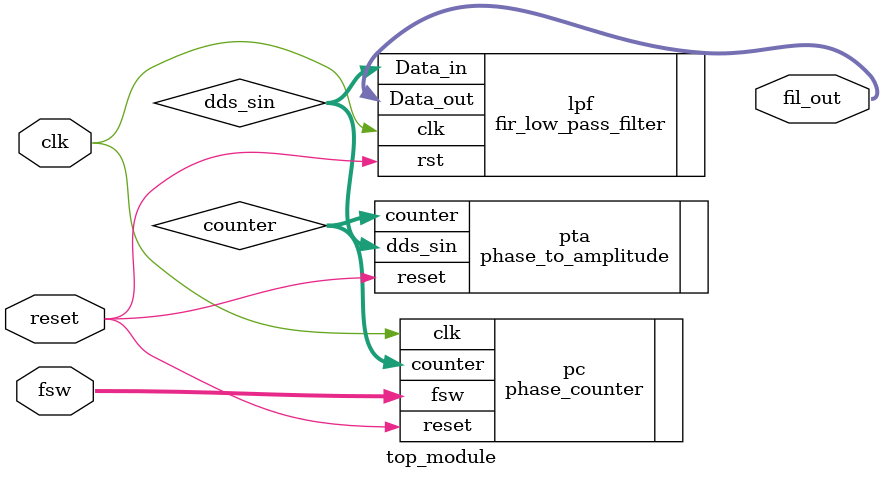
<source format=v>
`timescale 1ns/1ps

module top_module (clk,
                   reset,
                   fsw,
                   fil_out);

    input clk, reset;
  	input [9:0] fsw;
  
    output [15:0] fil_out;
    
    wire [9:0] dds_sin;
    wire [9:0] counter;

    // Instantiate phase counter and phase-to-amplitude converter
    phase_counter pc(.clk(clk), 
                     .reset(reset), 
                     .fsw(fsw), 
                     .counter(counter));
    phase_to_amplitude pta(.counter(counter), 
                           .reset(reset), 
                           .dds_sin(dds_sin));

    // Instantiate low-pass FIR filter
    fir_low_pass_filter lpf(.Data_in(dds_sin), 
                            .clk(clk), 
                            .rst(reset), 
                            .Data_out(fil_out));

endmodule

</source>
